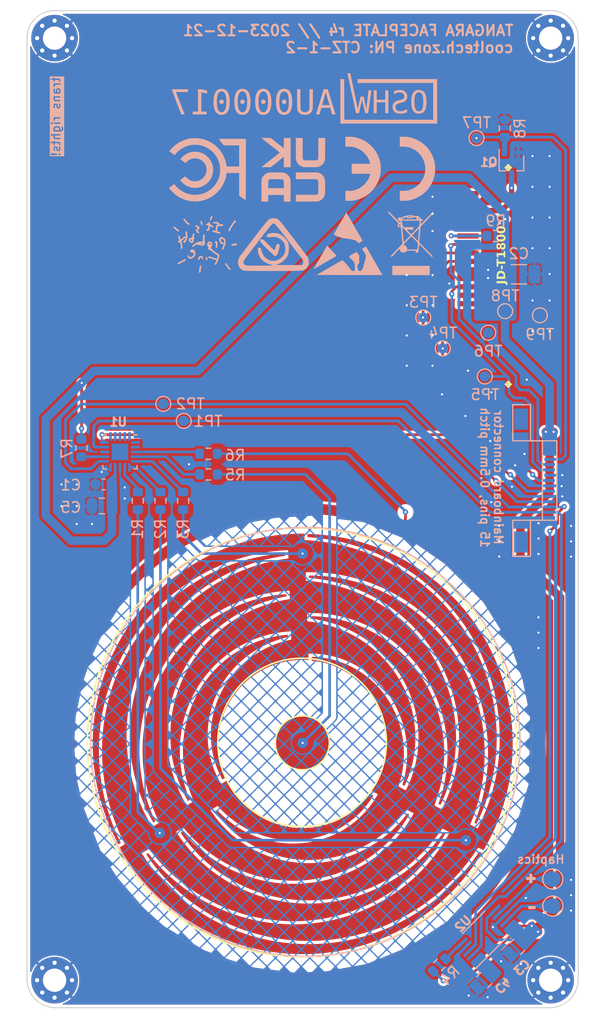
<source format=kicad_pcb>
(kicad_pcb (version 20221018) (generator pcbnew)

  (general
    (thickness 1.6)
  )

  (paper "A4")
  (title_block
    (comment 4 "AISLER Project ID: UHMYFJNI")
  )

  (layers
    (0 "F.Cu" signal)
    (31 "B.Cu" signal)
    (32 "B.Adhes" user "B.Adhesive")
    (33 "F.Adhes" user "F.Adhesive")
    (34 "B.Paste" user)
    (35 "F.Paste" user)
    (36 "B.SilkS" user "B.Silkscreen")
    (37 "F.SilkS" user "F.Silkscreen")
    (38 "B.Mask" user)
    (39 "F.Mask" user)
    (40 "Dwgs.User" user "User.Drawings")
    (41 "Cmts.User" user "User.Comments")
    (42 "Eco1.User" user "User.Eco1")
    (43 "Eco2.User" user "User.Eco2")
    (44 "Edge.Cuts" user)
    (45 "Margin" user)
    (46 "B.CrtYd" user "B.Courtyard")
    (47 "F.CrtYd" user "F.Courtyard")
    (48 "B.Fab" user)
    (49 "F.Fab" user)
    (50 "User.1" user)
    (51 "User.2" user)
    (52 "User.3" user)
    (53 "User.4" user)
    (54 "User.5" user)
    (55 "User.6" user)
    (56 "User.7" user)
    (57 "User.8" user)
    (58 "User.9" user)
  )

  (setup
    (stackup
      (layer "F.SilkS" (type "Top Silk Screen"))
      (layer "F.Paste" (type "Top Solder Paste"))
      (layer "F.Mask" (type "Top Solder Mask") (thickness 0.01))
      (layer "F.Cu" (type "copper") (thickness 0.035))
      (layer "dielectric 1" (type "core") (thickness 1.51) (material "FR4") (epsilon_r 4.5) (loss_tangent 0.02))
      (layer "B.Cu" (type "copper") (thickness 0.035))
      (layer "B.Mask" (type "Bottom Solder Mask") (thickness 0.01))
      (layer "B.Paste" (type "Bottom Solder Paste"))
      (layer "B.SilkS" (type "Bottom Silk Screen"))
      (copper_finish "None")
      (dielectric_constraints no)
    )
    (pad_to_mask_clearance 0)
    (pcbplotparams
      (layerselection 0x00010fc_ffffffff)
      (plot_on_all_layers_selection 0x0000000_00000000)
      (disableapertmacros false)
      (usegerberextensions false)
      (usegerberattributes true)
      (usegerberadvancedattributes true)
      (creategerberjobfile true)
      (dashed_line_dash_ratio 12.000000)
      (dashed_line_gap_ratio 3.000000)
      (svgprecision 6)
      (plotframeref false)
      (viasonmask false)
      (mode 1)
      (useauxorigin false)
      (hpglpennumber 1)
      (hpglpenspeed 20)
      (hpglpendiameter 15.000000)
      (dxfpolygonmode true)
      (dxfimperialunits true)
      (dxfusepcbnewfont true)
      (psnegative false)
      (psa4output false)
      (plotreference true)
      (plotvalue true)
      (plotinvisibletext false)
      (sketchpadsonfab false)
      (subtractmaskfromsilk false)
      (outputformat 1)
      (mirror false)
      (drillshape 0)
      (scaleselection 1)
      (outputdirectory "./gerbers2/")
    )
  )

  (net 0 "")
  (net 1 "Net-(U2-REG)")
  (net 2 "Net-(J2-Pin_1)")
  (net 3 "Net-(SW2-Pin_1)")
  (net 4 "GND")
  (net 5 "+3V3")
  (net 6 "/SCL")
  (net 7 "/SDA")
  (net 8 "/TOUCH_INT")
  (net 9 "/PICO")
  (net 10 "Net-(LCD1-RESET)")
  (net 11 "/SCLK")
  (net 12 "/CS")
  (net 13 "/RS")
  (net 14 "/LED_ENABLE")
  (net 15 "Net-(SW2-Pin_2)")
  (net 16 "Net-(SW2-Pin_3)")
  (net 17 "Net-(LCD1-LEDK)")
  (net 18 "Net-(J1-Pin_1)")
  (net 19 "Net-(U1-KEY0)")
  (net 20 "Net-(SW1-Pin_1)")
  (net 21 "Net-(U1-KEY1)")
  (net 22 "Net-(SW3-Pin_1)")
  (net 23 "Net-(U1-KEY2)")
  (net 24 "Net-(U2-EN)")
  (net 25 "Net-(U1-KEY3)")
  (net 26 "Net-(U1-KEY4)")
  (net 27 "Net-(U1-~{RESET})")
  (net 28 "unconnected-(U1-KEY6-Pad1)")
  (net 29 "unconnected-(U1-KEY5-Pad2)")
  (net 30 "unconnected-(U1-NC-Pad13)")
  (net 31 "unconnected-(U1-KEY11-Pad16)")
  (net 32 "unconnected-(U1-KEY10-Pad17)")
  (net 33 "unconnected-(U1-KEY9-Pad18)")
  (net 34 "unconnected-(U1-KEY8-Pad19)")
  (net 35 "unconnected-(U1-KEY7-Pad20)")

  (footprint "faceplate-footprints:qtouch-wheel" (layer "F.Cu") (at 157.687776 117.890948 -148))

  (footprint "faceplate-footprints:qtouch-guard" (layer "F.Cu") (at 157.7 117.885573 -10))

  (footprint "MountingHole:MountingHole_2.2mm_M2_Pad_Via" (layer "F.Cu") (at 134.3 140.2))

  (footprint "MountingHole:MountingHole_2.2mm_M2_Pad_Via" (layer "F.Cu") (at 134.3 51.25))

  (footprint "faceplate-footprints:qtouch-button" (layer "F.Cu") (at 157.7 117.8))

  (footprint "MountingHole:MountingHole_2.2mm_M2_Pad_Via" (layer "F.Cu") (at 181.1 51.25))

  (footprint "faceplate-footprints:JD-T1800" (layer "F.Cu") (at 160.199674 71.131556 90))

  (footprint "MountingHole:MountingHole_2.2mm_M2_Pad_Via" (layer "F.Cu") (at 181.1 140.2))

  (footprint "Resistor_SMD:R_0603_1608Metric" (layer "B.Cu") (at 148.811943 90.492976 180))

  (footprint "footprints:oshwa-cert" (layer "B.Cu")
    (tstamp 0efe2e21-be9b-4968-94bd-c6302fb66314)
    (at 157.889132 56.948653 180)
    (attr board_only exclude_from_pos_files exclude_from_bom)
    (fp_text reference "G***" (at 0 0) (layer "B.SilkS") hide
        (effects (font (size 1.5 1.5) (thickness 0.3)) (justify mirror))
      (tstamp 7475cf8c-a45b-45a4-9aca-d3a1d614bf0b)
    )
    (fp_text value "LOGO" (at 0.75 0) (layer "B.SilkS") hide
        (effects (font (size 1.5 1.5) (thickness 0.3)) (justify mirror))
      (tstamp 68d40912-2460-4daa-847d-21071157a31b)
    )
    (fp_poly
      (pts
        (xy -7.603911 0.325283)
        (xy -7.603911 -0.11892)
        (xy -7.20168 -0.11892)
        (xy -6.799449 -0.11892)
        (xy -6.799449 0.325283)
        (xy -6.799449 0.769485)
        (xy -6.656045 0.769485)
        (xy -6.512641 0.769485)
        (xy -6.512641 -0.311291)
        (xy -6.512641 -1.392068)
        (xy -6.656 -1.392068)
        (xy -6.799358 -1.392068)
        (xy -6.801153 -0.879661)
        (xy -6.802947 -0.367254)
        (xy -7.203429 -0.365448)
        (xy -7.603911 -0.363642)
        (xy -7.603911 -0.877855)
        (xy -7.603911 -1.392068)
        (xy -7.750813 -1.392068)
        (xy -7.897714 -1.392068)
        (xy -7.897714 -0.311291)
        (xy -7.897714 0.769485)
        (xy -7.750813 0.769485)
        (xy -7.603911 0.769485)
      )

      (stroke (width 0) (type solid)) (fill solid) (layer "B.SilkS") (tstamp 1b1b8f51-b395-4d88-b8f2-dba3c17db507))
    (fp_poly
      (pts
        (xy 1.993324 -0.106062)
        (xy 2.035363 -0.122924)
        (xy 2.078183 -0.153449)
        (xy 2.110862 -0.191633)
        (xy 2.133126 -0.235361)
        (xy 2.144704 -0.282519)
        (xy 2.145322 -0.330993)
        (xy 2.134707 -0.37867)
        (xy 2.112587 -0.423434)
        (xy 2.079211 -0.462691)
        (xy 2.034945 -0.494397)
        (xy 1.985358 -0.51343)
        (xy 1.931954 -0.519332)
        (xy 1.901821 -0.516862)
        (xy 1.851568 -0.503043)
        (xy 1.80736 -0.478277)
        (xy 1.771229 -0.444201)
        (xy 1.745209 -0.40245)
        (xy 1.738559 -0.385411)
        (xy 1.729924 -0.343711)
        (xy 1.728816 -0.297617)
        (xy 1.734943 -0.252772)
        (xy 1.747347 -0.216156)
        (xy 1.776112 -0.172443)
        (xy 1.815084 -0.136028)
        (xy 1.852759 -0.113607)
        (xy 1.896485 -0.100452)
        (xy 1.944743 -0.098008)
      )

      (stroke (width 0) (type solid)) (fill solid) (layer "B.SilkS") (tstamp 2d7f64a2-1067-4e7c-b17e-01f5811329be))
    (fp_poly
      (pts
        (xy 5.921188 -0.105238)
        (xy 5.967032 -0.124476)
        (xy 6.007638 -0.154451)
        (xy 6.040976 -0.194426)
        (xy 6.056583 -0.222763)
        (xy 6.071705 -0.271276)
        (xy 6.07512 -0.323041)
        (xy 6.066786 -0.373744)
        (xy 6.058386 -0.396925)
        (xy 6.032847 -0.43845)
        (xy 5.997189 -0.47284)
        (xy 5.954063 -0.498674)
        (xy 5.90612 -0.514534)
        (xy 5.85601 -0.519001)
        (xy 5.834095 -0.517012)
        (xy 5.782933 -0.503599)
        (xy 5.739369 -0.479232)
        (xy 5.71733 -0.460302)
        (xy 5.686228 -0.421988)
        (xy 5.666917 -0.378622)
        (xy 5.65855 -0.328075)
        (xy 5.658048 -0.311425)
        (xy 5.663994 -0.255602)
        (xy 5.681953 -0.206353)
        (xy 5.711417 -0.164532)
        (xy 5.751875 -0.130993)
        (xy 5.772512 -0.119338)
        (xy 5.8219 -0.10193)
        (xy 5.872135 -0.097477)
      )

      (stroke (width 0) (type solid)) (fill solid) (layer "B.SilkS") (tstamp ed2cf7b5-86df-4744-b2dd-2bf504c95823))
    (fp_poly
      (pts
        (xy 7.896391 -0.108866)
        (xy 7.943321 -0.131456)
        (xy 7.97807 -0.159259)
        (xy 8.00954 -0.199229)
        (xy 8.030049 -0.244638)
        (xy 8.039638 -0.293044)
        (xy 8.038346 -0.342007)
        (xy 8.026213 -0.389087)
        (xy 8.003281 -0.431843)
        (xy 7.973042 -0.464952)
        (xy 7.92959 -0.493324)
        (xy 7.879847 -0.51094)
        (xy 7.827098 -0.517247)
        (xy 7.774628 -0.511692)
        (xy 7.746491 -0.503154)
        (xy 7.70347 -0.4797)
        (xy 7.669171 -0.447051)
        (xy 7.643994 -0.407261)
        (xy 7.628338 -0.36238)
        (xy 7.622603 -0.314461)
        (xy 7.627188 -0.265557)
        (xy 7.642494 -0.217718)
        (xy 7.66892 -0.172998)
        (xy 7.679629 -0.159864)
        (xy 7.698068 -0.143509)
        (xy 7.723433 -0.126656)
        (xy 7.744374 -0.115735)
        (xy 7.794517 -0.100558)
        (xy 7.845989 -0.098417)
      )

      (stroke (width 0) (type solid)) (fill solid) (layer "B.SilkS") (tstamp b886266d-e2f4-41a8-99cb-a01383100d68))
    (fp_poly
      (pts
        (xy 3.910181 -0.099364)
        (xy 3.964242 -0.108105)
        (xy 4.010264 -0.127966)
        (xy 4.049446 -0.159559)
        (xy 4.066177 -0.179071)
        (xy 4.094411 -0.22639)
        (xy 4.109175 -0.276864)
        (xy 4.110345 -0.329459)
        (xy 4.097799 -0.383141)
        (xy 4.092072 -0.397621)
        (xy 4.07389 -0.428693)
        (xy 4.047903 -0.459206)
        (xy 4.018366 -0.484797)
        (xy 3.992146 -0.500065)
        (xy 3.954554 -0.511583)
        (xy 3.912846 -0.517814)
        (xy 3.874346 -0.517755)
        (xy 3.868411 -0.517012)
        (xy 3.816225 -0.502729)
        (xy 3.770708 -0.477088)
        (xy 3.733603 -0.441296)
        (xy 3.712713 -0.409226)
        (xy 3.700755 -0.375153)
        (xy 3.694809 -0.33346)
        (xy 3.695033 -0.289232)
        (xy 3.701584 -0.247556)
        (xy 3.707145 -0.229626)
        (xy 3.731266 -0.184816)
        (xy 3.766391 -0.146554)
        (xy 3.810125 -0.117355)
        (xy 3.817356 -0.113877)
        (xy 3.839904 -0.104565)
        (xy 3.859719 -0.099679)
        (xy 3.882537 -0.098322)
      )

      (stroke (width 0) (type solid)) (fill solid) (layer "B.SilkS") (tstamp 074383d5-89c4-4767-af70-0818de9dbb68))
    (fp_poly
      (pts
        (xy -4.994657 1.647398)
        (xy -4.994657 1.462022)
        (xy -8.562269 1.462022)
        (xy -12.129882 1.462022)
        (xy -12.129882 -0.272817)
        (xy -12.129882 -2.007656)
        (xy -7.937348 -2.007656)
        (xy -3.744813 -2.007656)
        (xy -3.740159 -0.80621)
        (xy -3.739625 -0.663599)
        (xy -3.739108 -0.516335)
        (xy -3.738612 -0.365833)
        (xy -3.73814 -0.213508)
        (xy -3.737695 -0.060773)
        (xy -3.737282 0.090956)
        (xy -3.736903 0.240264)
        (xy -3.736562 0.385738)
        (xy -3.736262 0.525961)
        (xy -3.736007 0.659521)
        (xy -3.7358 0.785002)
        (xy -3.735645 0.900989)
        (xy -3.735545 1.006068)
        (xy -3.735503 1.098824)
        (xy -3.735502 1.114005)
        (xy -3.7355 1.832774)
        (xy -3.553622 1.832774)
        (xy -3.371743 1.832774)
        (xy -3.371743 -0.269319)
        (xy -3.371743 -2.371412)
        (xy -7.936188 -2.371412)
        (xy -12.500633 -2.371412)
        (xy -12.500633 -0.269319)
        (xy -12.500633 1.832774)
        (xy -8.747645 1.832774)
        (xy -4.994657 1.832774)
      )

      (stroke (width 0) (type solid)) (fill solid) (layer "B.SilkS") (tstamp 0ae21bd7-931b-4b7b-9452-183f25500a2d))
    (fp_poly
      (pts
        (xy 10.059267 -0.17838)
        (xy 10.059267 -1.231176)
        (xy 10.307601 -1.231176)
        (xy 10.555935 -1.231176)
        (xy 10.555935 -1.367584)
        (xy 10.555935 -1.503993)
        (xy 9.901873 -1.503993)
        (xy 9.24781 -1.503993)
        (xy 9.24781 -1.367584)
        (xy 9.24781 -1.231176)
        (xy 9.496144 -1.231176)
        (xy 9.744478 -1.231176)
        (xy 9.744478 -0.321313)
        (xy 9.744471 -0.189823)
        (xy 9.744444 -0.071622)
        (xy 9.744387 0.033992)
        (xy 9.744291 0.127722)
        (xy 9.744146 0.210268)
        (xy 9.743943 0.282332)
        (xy 9.743673 0.344618)
        (xy 9.743325 0.397825)
        (xy 9.742891 0.442657)
        (xy 9.742361 0.479816)
        (xy 9.741725 0.510002)
        (xy 9.740974 0.533918)
        (xy 9.740099 0.552265)
        (xy 9.739089 0.565747)
        (xy 9.737937 0.575064)
        (xy 9.736631 0.580918)
        (xy 9.735163 0.584011)
        (xy 9.733522 0.585045)
        (xy 9.732236 0.584911)
        (xy 9.720715 0.581969)
        (xy 9.697896 0.576544)
        (xy 9.665631 0.569052)
        (xy 9.625771 0.559907)
        (xy 9.580167 0.549527)
        (xy 9.53067 0.538325)
        (xy 9.479132 0.526718)
        (xy 9.427404 0.515121)
        (xy 9.377337 0.50395)
        (xy 9.330782 0.493621)
        (xy 9.289591 0.484548)
        (xy 9.255615 0.477147)
        (xy 9.230704 0.471834)
        (xy 9.216711 0.469024)
        (xy 9.214431 0.468687)
        (xy 9.211368 0.472184)
        (xy 9.209065 0.483556)
        (xy 9.207441 0.504122)
        (xy 9.20642 0.535201)
        (xy 9.205921 0.578111)
        (xy 9.205839 0.611957)
        (xy 9.205874 0.660104)
        (xy 9.206111 0.696092)
        (xy 9.206745 0.721755)
        (xy 9.207973 0.738925)
        (xy 9.20999 0.749435)
        (xy 9.212993 0.755118)
        (xy 9.217179 0.757806)
        (xy 9.221578 0.759049)
        (xy 9.231828 0.761378)
        (xy 9.25412 0.766338)
        (xy 9.286832 0.773569)
        (xy 9.328338 0.782714)
        (xy 9.377014 0.793416)
        (xy 9.431236 0.805316)
        (xy 9.489378 0.818056)
        (xy 9.492059 0.818643)
        (xy 9.7468 0.874415)
        (xy 9.903034 0.874415)
        (xy 10.059267 0.874415)
      )

      (stroke (width 0) (type solid)) (fill solid) (layer "B.SilkS") (tstamp 44ea6280-ac0a-40d3-aa94-eb85a113cf3f))
    (fp_poly
      (pts
        (xy 12.493638 0.801741)
        (xy 12.493638 0.729067)
        (xy 12.083704 -0.350738)
        (xy 12.038744 -0.469169)
        (xy 11.994998 -0.584406)
        (xy 11.952737 -0.695738)
        (xy 11.91223 -0.802452)
        (xy 11.873749 -0.903835)
        (xy 11.837564 -0.999174)
        (xy 11.803945 -1.087757)
        (xy 11.773163 -1.16887)
        (xy 11.745488 -1.241803)
        (xy 11.72119 -1.305841)
        (xy 11.70054 -1.360273)
        (xy 11.683809 -1.404385)
        (xy 11.671267 -1.437465)
        (xy 11.663184 -1.4588)
        (xy 11.659984 -1.467268)
        (xy 11.646199 -1.503993)
        (xy 11.478401 -1.503993)
        (xy 11.431838 -1.503785)
        (xy 11.390495 -1.503201)
        (xy 11.356237 -1.5023)
        (xy 11.33093 -1.501142)
        (xy 11.316439 -1.499786)
        (xy 11.313731 -1.498747)
        (xy 11.316946 -1.491165)
        (xy 11.324903 -1.471442)
        (xy 11.337274 -1.440419)
        (xy 11.353728 -1.398938)
        (xy 11.373936 -1.347839)
        (xy 11.397568 -1.287963)
        (xy 11.424294 -1.220152)
        (xy 11.453785 -1.145246)
        (xy 11.485711 -1.064086)
        (xy 11.519742 -0.977515)
        (xy 11.555549 -0.886372)
        (xy 11.592802 -0.791498)
        (xy 11.631171 -0.693735)
        (xy 11.670326 -0.593925)
        (xy 11.709939 -0.492907)
        (xy 11.749679 -0.391523)
        (xy 11.789216 -0.290614)
        (xy 11.828221 -0.191021)
        (xy 11.866364 -0.093586)
        (xy 11.903316 0.000852)
        (xy 11.938747 0.09145)
        (xy 11.972326 0.177367)
        (xy 12.003726 0.257764)
        (xy 12.032615 0.331797)
        (xy 12.058664 0.398628)
        (xy 12.081543 0.457413)
        (xy 12.100924 0.507313)
        (xy 12.116475 0.547486)
        (xy 12.127868 0.577092)
        (xy 12.134772 0.595288)
        (xy 12.136877 0.601227)
        (xy 12.131218 0.60272)
        (xy 12.114052 0.604034)
        (xy 12.085091 0.605174)
        (xy 12.044048 0.606144)
        (xy 11.990638 0.606946)
        (xy 11.924573 0.607586)
        (xy 11.845568 0.608065)
        (xy 11.753335 0.608389)
        (xy 11.647587 0.608561)
        (xy 11.570256 0.608593)
        (xy 11.003635 0.608593)
        (xy 11.003635 0.741504)
        (xy 11.003635 0.874415)
        (xy 11.748637 0.874415)
        (xy 12.493638 0.874415)
      )

      (stroke (width 0) (type solid)) (fill solid) (layer "B.SilkS") (tstamp 55cceb78-98ec-4751-b6df-63e727793591))
    (fp_poly
      (pts
        (xy -0.452647 -0.050716)
        (xy -0.452217 -0.191434)
        (xy -0.451762 -0.318741)
        (xy -0.451274 -0.433216)
        (xy -0.450747 -0.535439)
        (xy -0.450174 -0.625989)
        (xy -0.449548 -0.705446)
        (xy -0.448862 -0.774389)
        (xy -0.44811 -0.833397)
        (xy -0.447284 -0.88305)
        (xy -0.446377 -0.923928)
        (xy -0.445383 -0.95661)
        (xy -0.444295 -0.981675)
        (xy -0.443106 -0.999702)
        (xy -0.441809 -1.011272)
        (xy -0.441236 -1.014321)
        (xy -0.419857 -1.078215)
        (xy -0.386212 -1.135562)
        (xy -0.360332 -1.166776)
        (xy -0.318709 -1.205488)
        (xy -0.272778 -1.235484)
        (xy -0.218849 -1.258938)
        (xy -0.186342 -1.269293)
        (xy -0.157528 -1.276984)
        (xy -0.131635 -1.282137)
        (xy -0.10445 -1.285229)
        (xy -0.071761 -1.286737)
        (xy -0.029356 -1.287138)
        (xy -0.028807 -1.287138)
        (xy 0.048758 -1.283868)
        (xy 0.115843 -1.273595)
        (xy 0.174456 -1.255622)
        (xy 0.226606 -1.229254)
        (xy 0.274301 -1.193796)
        (xy 0.294313 -1.175213)
        (xy 0.335057 -1.128417)
        (xy 0.363983 -1.078845)
        (xy 0.383227 -1.022715)
        (xy 0.385224 -1.014321)
        (xy 0.386565 -1.005164)
        (xy 0.387796 -0.98962)
        (xy 0.388925 -0.967116)
        (xy 0.389959 -0.937083)
        (xy 0.390904 -0.89895)
        (xy 0.391767 -0.852146)
        (xy 0.392555 -0.796099)
        (xy 0.393275 -0.730239)
        (xy 0.393933 -0.653995)
        (xy 0.394537 -0.566797)
        (xy 0.395093 -0.468072)
        (xy 0.395607 -0.357251)
        (xy 0.396088 -0.233763)
        (xy 0.39654 -0.097037)
        (xy 0.396679 -0.050716)
        (xy 0.399399 0.874415)
        (xy 0.556759 0.874415)
        (xy 0.714118 0.874415)
        (xy 0.711636 -0.019237)
        (xy 0.711258 -0.150726)
        (xy 0.710886 -0.268998)
        (xy 0.710507 -0.374827)
        (xy 0.71011 -0.468984)
        (xy 0.709683 -0.552245)
        (xy 0.709214 -0.625382)
        (xy 0.708692 -0.689169)
        (xy 0.708104 -0.744379)
        (xy 0.707439 -0.791785)
        (xy 0.706686 -0.832161)
        (xy 0.705832 -0.866281)
        (xy 0.704866 -0.894917)
        (xy 0.703776 -0.918843)
        (xy 0.70255 -0.938832)
        (xy 0.701177 -0.955658)
        (xy 0.699644 -0.970095)
        (xy 0.69794 -0.982915)
        (xy 0.696881 -0.989837)
        (xy 0.67788 -1.080789)
        (xy 0.65123 -1.161899)
        (xy 0.628563 -1.212242)
        (xy 0.585042 -1.283205)
        (xy 0.530068 -1.347001)
        (xy 0.464521 -1.403071)
        (xy 0.389279 -1.450855)
        (xy 0.305221 -1.489795)
        (xy 0.213227 -1.51933)
        (xy 0.115423 -1.538726)
        (xy 0.079296 -1.54226)
        (xy 0.033667 -1.544343)
        (xy -0.017544 -1.545024)
        (xy -0.07042 -1.544353)
        (xy -0.121042 -1.542377)
        (xy -0.165491 -1.539147)
        (xy -0.199367 -1.534797)
        (xy -0.300282 -1.510934)
        (xy -0.393126 -1.476672)
        (xy -0.477223 -1.432354)
        (xy -0.551898 -1.378325)
        (xy -0.60328 -1.329542)
        (xy -0.640986 -1.284914)
        (xy -0.672868 -1.237324)
        (xy -0.699413 -1.185224)
        (xy -0.721111 -1.127065)
        (xy -0.73845 -1.0613)
        (xy -0.751919 -0.986379)
        (xy -0.762006 -0.900756)
        (xy -0.769133 -0.804051)
        (xy -0.770243 -0.777166)
        (xy -0.771286 -0.737195)
        (xy -0.772255 -0.685046)
        (xy -0.773143 -0.621624)
        (xy -0.773942 -0.547835)
        (xy -0.774646 -0.464585)
        (xy -0.775247 -0.372779)
        (xy -0.775737 -0.273324)
        (xy -0.776108 -0.167125)
        (xy -0.776355 -0.055089)
        (xy -0.776469 0.06188)
        (xy -0.776476 0.099684)
        (xy -0.77648 0.874415)
        (xy -0.615877 0.874415)
        (xy -0.455273 0.874415)
      )

      (stroke (width 0) (type solid)) (fill solid) (layer "B.SilkS") (tstamp 41dcebf9-1373-47e4-a02b-81c120e1801d))
    (fp_poly
      (pts
        (xy -10.704396 0.801112)
        (xy -10.613651 0.789603)
        (xy -10.531075 0.767765)
        (xy -10.455706 0.735281)
        (xy -10.386584 0.691831)
        (xy -10.332398 0.646392)
        (xy -10.276092 0.585483)
        (xy -10.226486 0.515084)
        (xy -10.183378 0.434662)
        (xy -10.146566 0.343687)
        (xy -10.115849 0.241629)
        (xy -10.091024 0.127955)
        (xy -10.071889 0.002135)
        (xy -10.065347 -0.055962)
        (xy -10.061857 -0.101488)
        (xy -10.059351 -0.157747)
        (xy -10.057809 -0.221751)
        (xy -10.057213 -0.29051)
        (xy -10.057543 -0.361035)
        (xy -10.05878 -0.430336)
        (xy -10.060905 -0.495423)
        (xy -10.063899 -0.553308)
        (xy -10.067744 -0.601001)
        (xy -10.068891 -0.611456)
        (xy -10.087541 -0.739887)
        (xy -10.111886 -0.855991)
        (xy -10.142147 -0.960319)
        (xy -10.178545 -1.053419)
        (xy -10.2213 -1.135841)
        (xy -10.270632 -1.208134)
        (xy -10.326763 -1.270847)
        (xy -10.338174 -1.281687)
        (xy -10.388973 -1.322656)
        (xy -10.447459 -1.359889)
        (xy -10.507332 -1.389434)
        (xy -10.514624 -1.392399)
        (xy -10.568803 -1.4094)
        (xy -10.63269 -1.422149)
        (xy -10.70259 -1.430403)
        (xy -10.77481 -1.433918)
        (xy -10.845652 -1.432449)
        (xy -10.911423 -1.425754)
        (xy -10.940678 -1.420493)
        (xy -11.027406 -1.396232)
        (xy -11.106346 -1.361615)
        (xy -11.177654 -1.316416)
        (xy -11.241482 -1.260411)
        (xy -11.297986 -1.193375)
        (xy -11.34732 -1.115081)
        (xy -11.389638 -1.025306)
        (xy -11.425094 -0.923825)
        (xy -11.453844 -0.810412)
        (xy -11.476041 -0.684842)
        (xy -11.483309 -0.629578)
        (xy -11.48889 -0.571878)
        (xy -11.493312 -0.503901)
        (xy -11.496499 -0.429321)
        (xy -11.498376 -0.35181)
        (xy -11.49868 -0.304296)
        (xy -11.194304 -0.304296)
        (xy -11.192727 -0.435019)
        (xy -11.187862 -0.552809)
        (xy -11.179553 -0.658368)
        (xy -11.167644 -0.752397)
        (xy -11.151978 -0.835599)
        (xy -11.1324 -0.908677)
        (xy -11.108752 -0.972331)
        (xy -11.080878 -1.027265)
        (xy -11.048623 -1.074181)
        (xy -11.014705 -1.111092)
        (xy -10.962121 -1.151431)
        (xy -10.902685 -1.180027)
        (xy -10.837618 -1.196558)
        (xy -10.768144 -1.200707)
        (xy -10.700649 -1.193171)
        (xy -10.637657 -1.175006)
        (xy -10.581858 -1.145816)
        (xy -10.532977 -1.105284)
        (xy -10.490737 -1.053096)
        (xy -10.454865 -0.988934)
        (xy -10.425084 -0.912482)
        (xy -10.409624 -0.859026)
        (xy -10.397558 -0.808353)
        (xy -10.387643 -0.757631)
        (xy -10.379662 -0.704713)
        (xy -10.373401 -0.647449)
        (xy -10.368643 -0.583692)
        (xy -10.365173 -0.511295)
        (xy -10.362776 -0.428108)
        (xy -10.361942 -0.383624)
        (xy -10.361373 -0.247926)
        (xy -10.364347 -0.125131)
        (xy -10.370997 -0.014574)
        (xy -10.381454 0.084411)
        (xy -10.395851 0.172488)
        (xy -10.414319 0.250324)
        (xy -10.436992 0.318583)
        (xy -10.464001 0.377931)
        (xy -10.495478 0.429033)
        (xy -10.531556 0.472555)
        (xy -10.532155 0.473176)
        (xy -10.580946 0.515141)
        (xy -10.63516 0.544953)
        (xy -10.69677 0.563622)
        (xy -10.716132 0.567069)
        (xy -10.777949 0.571387)
        (xy -10.840154 0.566243)
        (xy -10.899148 0.552333)
        (xy -10.951332 0.530352)
        (xy -10.972262 0.517582)
        (xy -11.015704 0.482095)
        (xy -11.053994 0.438634)
        (xy -11.087292 0.386603)
        (xy -11.115761 0.325404)
        (xy -11.13956 0.254441)
        (xy -11.158852 0.173117)
        (xy -11.173798 0.080835)
        (xy -11.184559 -0.023001)
        (xy -11.191296 -0.138989)
        (xy -11.19417 -0.267724)
        (xy -11.194304 -0.304296)
        (xy -11.49868 -0.304296)
        (xy -11.498867 -0.275041)
        (xy -11.497896 -0.202686)
        (xy -11.495387 -0.138417)
        (xy -11.493909 -0.115422)
        (xy -11.480308 0.022353)
        (xy -11.460607 0.147821)
        (xy -11.43467 0.261332)
        (xy -11.402365 0.363232)
        (xy -11.363559 0.453869)
        (xy -11.318116 0.533593)
        (xy -11.265904 0.602749)
        (xy -11.206789 0.661687)
        (xy -11.190083 0.675531)
        (xy -11.129054 0.718539)
        (xy -11.06519 0.751889)
        (xy -10.996284 0.776308)
        (xy -10.920127 0.792522)
        (xy -10.834514 0.801259)
        (xy -10.804269 0.802611)
      )

      (stroke (width 0) (type solid)) (fill solid) (layer "B.SilkS") (tstamp 8e6852d5-bd08-4c51-81ca-eeaa2f10db73))
    (fp_poly
      (pts
        (xy 5.958399 0.909919)
        (xy 6.012245 0.902631)
        (xy 6.056848 0.893849)
        (xy 6.096956 0.88225)
        (xy 6.137317 0.86651)
        (xy 6.17257 0.850247)
        (xy 6.250892 0.80505)
        (xy 6.321778 0.748783)
        (xy 6.385281 0.681332)
        (xy 6.44145 0.602584)
        (xy 6.490336 0.512426)
        (xy 6.531988 0.410744)
        (xy 6.566457 0.297427)
        (xy 6.593794 0.17236)
        (xy 6.614049 0.03543)
        (xy 6.627272 -0.113475)
        (xy 6.630738 -0.179543)
        (xy 6.634063 -0.346277)
        (xy 6.629535 -0.503821)
        (xy 6.617218 -0.651734)
        (xy 6.597174 -0.789575)
        (xy 6.569469 -0.916904)
        (xy 6.534166 -1.03328)
        (xy 6.491981 -1.13687)
        (xy 6.444238 -1.227329)
        (xy 6.391209 -1.305331)
        (xy 6.332046 -1.371685)
        (xy 6.265905 -1.427201)
        (xy 6.19194 -1.47269)
        (xy 6.109306 -1.50896)
        (xy 6.099917 -1.512328)
        (xy 6.043146 -1.527917)
        (xy 5.977225 -1.538805)
        (xy 5.906252 -1.544785)
        (xy 5.834328 -1.545648)
        (xy 5.76555 -1.541189)
        (xy 5.708179 -1.532122)
        (xy 5.61729 -1.506638)
        (xy 5.53554 -1.471153)
        (xy 5.46193 -1.424967)
        (xy 5.395457 -1.367379)
        (xy 5.335119 -1.29769)
        (xy 5.299189 -1.246304)
        (xy 5.254663 -1.168743)
        (xy 5.215809 -1.082262)
        (xy 5.182338 -0.985938)
        (xy 5.153959 -0.878848)
        (xy 5.130383 -0.760068)
        (xy 5.115452 -0.661057)
        (xy 5.111289 -0.62008)
        (xy 5.107943 -0.56759)
        (xy 5.10541 -0.506042)
        (xy 5.103691 -0.437891)
        (xy 5.102782 -0.36559)
        (xy 5.102779 -0.36355)
        (xy 5.422481 -0.36355)
        (xy 5.42352 -0.462243)
        (xy 5.426684 -0.550843)
        (xy 5.432132 -0.631242)
        (xy 5.440021 -0.70533)
        (xy 5.450509 -0.774998)
        (xy 5.463753 -0.842136)
        (xy 5.477305 -0.89866)
        (xy 5.506188 -0.992596)
        (xy 5.541053 -1.073915)
        (xy 5.581895 -1.142608)
        (xy 5.628708 -1.198667)
        (xy 5.681484 -1.242083)
        (xy 5.740218 -1.272848)
        (xy 5.771716 -1.283456)
        (xy 5.809239 -1.29012)
        (xy 5.854571 -1.292393)
        (xy 5.902513 -1.290504)
        (xy 5.947863 -1.284681)
        (xy 5.985422 -1.275153)
        (xy 5.988826 -1.2739)
        (xy 6.047352 -1.244204)
        (xy 6.100011 -1.202187)
        (xy 6.146833 -1.147785)
        (xy 6.187849 -1.080934)
        (xy 6.22309 -1.001569)
        (xy 6.252585 -0.909628)
        (xy 6.276365 -0.805045)
        (xy 6.29446 -0.687758)
        (xy 6.302206 -0.615588)
        (xy 6.309168 -0.519287)
        (xy 6.313196 -0.416033)
        (xy 6.314344 -0.309295)
        (xy 6.312664 -0.202541)
        (xy 6.308209 -0.099241)
        (xy 6.301033 -0.002862)
        (xy 6.291562 0.080447)
        (xy 6.272605 0.193303)
        (xy 6.248621 0.293328)
        (xy 6.219437 0.380814)
        (xy 6.184878 0.45605)
        (xy 6.14477 0.519329)
        (xy 6.098938 0.570942)
        (xy 6.047208 0.611179)
        (xy 5.989406 0.640333)
        (xy 5.948508 0.653474)
        (xy 5.884968 0.663469)
        (xy 5.820487 0.660455)
        (xy 5.786743 0.654009)
        (xy 5.723126 0.631992)
        (xy 5.665562 0.597391)
        (xy 5.614085 0.550252)
        (xy 5.568727 0.49062)
        (xy 5.529521 0.41854)
        (xy 5.4965 0.334057)
        (xy 5.469697 0.237217)
        (xy 5.463718 0.20986)
        (xy 5.454004 0.160837)
        (xy 5.44605 0.114937)
        (xy 5.439651 0.069823)
        (xy 5.434605 0.023157)
        (xy 5.430707 -0.027398)
        (xy 5.427753 -0.084181)
        (xy 5.425541 -0.149528)
        (xy 5.423866 -0.225778)
        (xy 5.42341 -0.252876)
        (xy 5.422481 -0.36355)
        (xy 5.102779 -0.36355)
        (xy 5.102683 -0.291595)
        (xy 5.103392 -0.218359)
        (xy 5.104907 -0.148336)
        (xy 5.107227 -0.083982)
        (xy 5.11035 -0.027751)
        (xy 5.114274 0.017904)
        (xy 5.115909 0.031479)
        (xy 5.136055 0.159215)
        (xy 5.160944 0.274787)
        (xy 5.190949 0.379325)
        (xy 5.226439 0.473954)
        (xy 5.267787 0.559801)
        (xy 5.315363 0.637995)
        (xy 5.315859 0.638723)
        (xy 5.374144 0.7124)
        (xy 5.44086 0.775164)
        (xy 5.515348 0.826736)
        (xy 5.596945 0.866839)
        (xy 5.684993 0.895192)
        (xy 5.77883 0.911518)
        (xy 5.877797 0.915537)
      )

      (stroke (width 0) (type solid)) (fill solid) (layer "B.SilkS") (tstamp ac65ec05-b92f-4e7c-ba46-adae3807a76c))
    (fp_poly
      (pts
        (xy -1.935487 0.874358)
        (xy -1.890549 0.874122)
        (xy -1.856507 0.873612)
        (xy -1.831815 0.872732)
        (xy -1.814925 0.871386)
        (xy -1.804291 0.869479)
        (xy -1.798366 0.866915)
        (xy -1.795601 0.863598)
        (xy -1.795074 0.862173)
        (xy -1.791573 0.850622)
        (xy -1.784305 0.826758)
        (xy -1.773523 0.791412)
        (xy -1.759482 0.745418)
        (xy -1.742438 0.689608)
        (xy -1.722645 0.624816)
        (xy -1.700356 0.551872)
        (xy -1.675828 0.471612)
        (xy -1.649315 0.384866)
        (xy -1.621071 0.292468)
        (xy -1.591351 0.195251)
        (xy -1.56041 0.094046)
        (xy -1.528502 -0.010312)
        (xy -1.495882 -0.116993)
        (xy -1.462805 -0.225161)
        (xy -1.429525 -0.333986)
        (xy -1.396296 -0.442635)
        (xy -1.363375 -0.550274)
        (xy -1.331015 -0.656071)
        (xy -1.29947 -0.759194)
        (xy -1.268997 -0.858809)
        (xy -1.239848 -0.954084)
        (xy -1.212279 -1.044187)
        (xy -1.186545 -1.128284)
        (xy -1.1629 -1.205543)
        (xy -1.141599 -1.275132)
        (xy -1.122896 -1.336216)
        (xy -1.107047 -1.387965)
        (xy -1.094305 -1.429545)
        (xy -1.084926 -1.460123)
        (xy -1.079163 -1.478867)
        (xy -1.077297 -1.484882)
        (xy -1.070924 -1.504245)
        (xy -1.236567 -1.50237)
        (xy -1.40221 -1.500495)
        (xy -1.489827 -1.192701)
        (xy -1.577444 -0.884907)
        (xy -1.99449 -0.883104)
        (xy -2.411535 -0.8813)
        (xy -2.443322 -0.995029)
        (xy -2.453968 -1.033175)
        (xy -2.467451 -1.08158)
        (xy -2.482876 -1.137018)
        (xy -2.499344 -1.196264)
        (xy -2.51596 -1.256095)
        (xy -2.52991 -1.306375)
        (xy -2.58471 -1.503993)
        (xy -2.75009 -1.503993)
        (xy -2.915469 -1.503993)
        (xy -2.884782 -1.40431)
        (xy -2.879325 -1.386546)
        (xy -2.870014 -1.356195)
        (xy -2.857093 -1.314045)
        (xy -2.840802 -1.260886)
        (xy -2.821384 -1.19751)
        (xy -2.79908 -1.124704)
        (xy -2.774133 -1.04326)
        (xy -2.746784 -0.953967)
        (xy -2.717276 -0.857614)
        (xy -2.685849 -0.754992)
        (xy -2.652747 -0.646891)
        (xy -2.643697 -0.617336)
        (xy -2.32932 -0.617336)
        (xy -2.328666 -0.620155)
        (xy -2.32587 -0.622507)
        (xy -2.319777 -0.624432)
        (xy -2.309227 -0.625974)
        (xy -2.293066 -0.627175)
        (xy -2.270134 -0.628077)
        (xy -2.239275 -0.628722)
        (xy -2.199331 -0.629152)
        (xy -2.149147 -0.62941)
        (xy -2.087563 -0.629537)
        (xy -2.013423 -0.629577)
        (xy -1.993666 -0.629578)
        (xy -1.915421 -0.629532)
        (xy -1.850059 -0.629371)
        (xy -1.796471 -0.629061)
        (xy -1.753549 -0.628568)
        (xy -1.720185 -0.62786)
        (xy -1.695271 -0.626903)
        (xy -1.677697 -0.625662)
        (xy -1.666358 -0.624105)
        (xy -1.660143 -0.622198)
        (xy -1.657945 -0.619907)
        (xy -1.65789 -0.619401)
        (xy -1.65972 -0.611585)
        (xy -1.664991 -0.591475)
        (xy -1.673376 -0.560252)
        (xy -1.684548 -0.519095)
        (xy -1.698179 -0.469184)
        (xy -1.713942 -0.4117)
        (xy -1.73151 -0.347822)
        (xy -1.750555 -0.278731)
        (xy -1.770751 -0.205606)
        (xy -1.791769 -0.129627)
        (xy -1.813282 -0.051975)
        (xy -1.834964 0.026172)
        (xy -1.856487 0.103632)
        (xy -1.877523 0.179226)
        (xy -1.897745 0.251774)
        (xy -1.916826 0.320095)
        (xy -1.934439 0.383011)
        (xy -1.950255 0.43934)
        (xy -1.963949 0.487903)
        (xy -1.975193 0.52752)
        (xy -1.983658 0.557012)
        (xy -1.989019 0.575197)
        (xy -1.990766 0.580612)
        (xy -1.993101 0.575373)
        (xy -1.998843 0.557804)
        (xy -2.007666 0.529058)
        (xy -2.019245 0.490287)
        (xy -2.033253 0.442646)
        (xy -2.049365 0.387288)
        (xy -2.067254 0.325365)
        (xy -2.086596 0.258031)
        (xy -2.107063 0.186438)
        (xy -2.12833 0.111741)
        (xy -2.150071 0.035091)
        (xy -2.17196 -0.042357)
        (xy -2.193672 -0.11945)
        (xy -2.21488 -0.195036)
        (xy -2.235258 -0.267961)
        (xy -2.254481 -0.337072)
        (xy -2.272223 -0.401217)
        (xy -2.288158 -0.45924)
        (xy -2.301959 -0.509991)
        (xy -2.313301 -0.552314)
        (xy -2.321859 -0.585059)
        (xy -2.327306 -0.60707)
        (xy -2.329316 -0.617195)
        (xy -2.32932 -0.617336)
        (xy -2.643697 -0.617336)
        (xy -2.618211 -0.5341)
        (xy -2.582482 -0.417409)
        (xy -2.545804 -0.297608)
        (xy -2.520546 -0.215106)
        (xy -2.186997 0.874415)
        (xy -1.992869 0.874415)
      )

      (stroke (width 0) (type solid)) (fill solid) (layer "B.SilkS") (tstamp c909da5b-71cd-40d4-a67f-521ba084cb7d))
    (fp_poly
      (pts
        (xy 3.961928 0.91281)
        (xy 4.048013 0.902429)
        (xy 4.127449 0.883323)
        (xy 4.172392 0.867101)
        (xy 4.254795 0.825318)
        (xy 4.329829 0.771659)
        (xy 4.397477 0.706153)
        (xy 4.457719 0.62883)
        (xy 4.510536 0.539717)
        (xy 4.55591 0.438844)
        (xy 4.593823 0.32624)
        (xy 4.624255 0.201934)
        (xy 4.633452 0.153897)
        (xy 4.65071 0.035429)
        (xy 4.662349 -0.092549)
        (xy 4.668399 -0.226749)
        (xy 4.668895 -0.363883)
        (xy 4.663869 -0.500664)
        (xy 4.653353 -0.633803)
        (xy 4.637381 -0.760013)
        (xy 4.623569 -0.839438)
        (xy 4.610467 -0.89635)
        (xy 4.592676 -0.959346)
        (xy 4.571676 -1.024006)
        (xy 4.548951 -1.085911)
        (xy 4.52598 -1.140641)
        (xy 4.514653 -1.164355)
        (xy 4.462859 -1.254121)
        (xy 4.404061 -1.331798)
        (xy 4.33815 -1.39747)
        (xy 4.265019 -1.451224)
        (xy 4.18456 -1.493143)
        (xy 4.096665 -1.523311)
        (xy 4.039796 -1.5359)
        (xy 4.000089 -1.540963)
        (xy 3.951681 -1.543992)
        (xy 3.898954 -1.544997)
        (xy 3.84629 -1.543993)
        (xy 3.798071 -1.54099)
        (xy 3.75868 -1.536001)
        (xy 3.753917 -1.535105)
        (xy 3.692367 -1.520389)
        (xy 3.636785 -1.501144)
        (xy 3.5851 -1.477609)
        (xy 3.537097 -1.451816)
        (xy 3.497233 -1.425562)
        (xy 3.460097 -1.394907)
        (xy 3.425793 -1.361585)
        (xy 3.366651 -1.292629)
        (xy 3.314368 -1.213597)
        (xy 3.268773 -1.124048)
        (xy 3.229692 -1.023539)
        (xy 3.196955 -0.91163)
        (xy 3.170388 -0.78788)
        (xy 3.150096 -0.654062)
        (xy 3.146295 -0.614699)
        (xy 3.14313 -0.564252)
        (xy 3.140614 -0.505168)
        (xy 3.138762 -0.43989)
        (xy 3.137586 -0.370864)
        (xy 3.137182 -0.312024)
        (xy 3.455759 -0.312024)
        (xy 3.457473 -0.44473)
        (xy 3.462845 -0.564957)
        (xy 3.47205 -0.673775)
        (xy 3.485265 -0.772256)
        (xy 3.502665 -0.86147)
        (xy 3.524425 -0.942488)
        (xy 3.55072 -1.016381)
        (xy 3.581726 -1.08422)
        (xy 3.582473 -1.085675)
        (xy 3.618313 -1.14342)
        (xy 3.661938 -1.19417)
        (xy 3.711291 -1.236163)
        (xy 3.764311 -1.267641)
        (xy 3.817334 -1.28647)
        (xy 3.85233 -1.291563)
        (xy 3.894802 -1.293147)
        (xy 3.938711 -1.29133)
        (xy 3.978017 -1.286219)
        (xy 3.990584 -1.28341)
        (xy 4.052138 -1.260635)
        (xy 4.107715 -1.225862)
        (xy 4.157385 -1.178972)
        (xy 4.201221 -1.119843)
        (xy 4.239293 -1.048355)
        (xy 4.271674 -0.964387)
        (xy 4.298435 -0.867819)
        (xy 4.319647 -0.758529)
        (xy 4.325805 -0.71702)
        (xy 4.335745 -0.628823)
        (xy 4.342989 -0.530419)
        (xy 4.347482 -0.42534)
        (xy 4.349167 -0.317119)
        (xy 4.34799 -0.209288)
        (xy 4.343893 -0.105378)
        (xy 4.336969 -0.010493)
        (xy 4.3224 0.109896)
        (xy 4.302178 0.218984)
        (xy 4.27641 0.316511)
        (xy 4.245207 0.402217)
        (xy 4.208679 0.47584)
        (xy 4.166935 0.537121)
        (xy 4.120084 0.585799)
        (xy 4.071852 0.619628)
        (xy 4.035105 0.636365)
        (xy 3.991478 0.650511)
        (xy 3.947011 0.660441)
        (xy 3.907746 0.66453)
        (xy 3.904909 0.664556)
        (xy 3.841859 0.65826)
        (xy 3.779338 0.640341)
        (xy 3.721059 0.61225)
        (xy 3.67074 0.575436)
        (xy 3.666378 0.571416)
        (xy 3.651156 0.554779)
        (xy 3.632204 0.530845)
        (xy 3.613136 0.504225)
        (xy 3.609437 0.498699)
        (xy 3.573057 0.435386)
        (xy 3.541818 0.363179)
        (xy 3.515605 0.281458)
        (xy 3.4943 0.189605)
        (xy 3.477785 0.087002)
        (xy 3.465943 -0.02697)
        (xy 3.458657 -0.15293)
        (xy 3.45581 -0.291496)
        (xy 3.455759 -0.312024)
        (xy 3.137182 -0.312024)
        (xy 3.137103 -0.300536)
        (xy 3.137324 -0.231349)
        (xy 3.138263 -0.16575)
        (xy 3.139936 -0.106182)
        (xy 3.142355 -0.055092)
        (xy 3.145534 -0.014924)
        (xy 3.146434 -0.006995)
        (xy 3.160879 0.098419)
        (xy 3.177009 0.192015)
        (xy 3.19536 0.275917)
        (xy 3.216465 0.352249)
        (xy 3.240859 0.423136)
        (xy 3.269077 0.490703)
        (xy 3.27463 0.502732)
        (xy 3.324734 0.596642)
        (xy 3.381378 0.678213)
        (xy 3.444672 0.747533)
        (xy 3.514723 0.804688)
        (xy 3.59164 0.849764)
        (xy 3.675531 0.882849)
        (xy 3.766506 0.904027)
        (xy 3.781245 0.90625)
        (xy 3.872052 0.914179)
      )

      (stroke (width 0) (type solid)) (fill solid) (layer "B.SilkS") (tstamp 7040c1e7-9358-4d4b-b1dd-12dec2396f02))
    (fp_poly
      (pts
        (xy 1.99122 0.913697)
        (xy 2.053706 0.906658)
        (xy 2.06255 0.905373)
        (xy 2.153853 0.885147)
        (xy 2.238601 0.852648)
        (xy 2.316662 0.808032)
        (xy 2.387903 0.751455)
        (xy 2.452191 0.683074)
        (xy 2.509394 0.603045)
        (xy 2.559379 0.511525)
        (xy 2.602015 0.408669)
        (xy 2.637167 0.294634)
        (xy 2.65834 0.202865)
        (xy 2.679279 0.077795)
        (xy 2.69401 -0.056157)
        (xy 2.702535 -0.195811)
        (xy 2.704851 -0.337989)
        (xy 2.700959 -0.479511)
        (xy 2.690857 -0.617197)
        (xy 2.674546 -0.747868)
        (xy 2.658556 -0.837791)
        (xy 2.628577 -0.960553)
        (xy 2.591026 -1.07198)
        (xy 2.545988 -1.171971)
        (xy 2.493548 -1.260425)
        (xy 2.433789 -1.33724)
        (xy 2.366796 -1.402313)
        (xy 2.292655 -1.455545)
        (xy 2.211449 -1.496833)
        (xy 2.123263 -1.526075)
        (xy 2.077609 -1.535961)
        (xy 2.046045 -1.540004)
        (xy 2.005227 -1.542816)
        (xy 1.959073 -1.54437)
        (xy 1.9115 -1.54464)
        (xy 1.866423 -1.5436)
        (xy 1.82776 -1.541222)
        (xy 1.801294 -1.537844)
        (xy 1.707192 -1.513862)
        (xy 1.621304 -1.478794)
        (xy 1.543904 -1.432778)
        (xy 1.475268 -1.375954)
        (xy 1.466866 -1.367643)
        (xy 1.420135 -1.316426)
        (xy 1.380227 -1.263166)
        (xy 1.343888 -1.20325)
        (xy 1.323484 -1.164269)
        (xy 1.291867 -1.095631)
        (xy 1.264519 -1.024071)
        (xy 1.240917 -0.94758)
        (xy 1.220537 -0.864146)
        (xy 1.202856 -0.771758)
        (xy 1.18735 -0.668404)
        (xy 1.18068 -0.615588)
        (xy 1.177253 -0.576985)
        (xy 1.17464 -0.526949)
        (xy 1.172826 -0.468013)
        (xy 1.171795 -0.40271)
        (xy 1.171533 -0.333574)
        (xy 1.171682 -0.312197)
        (xy 1.49342 -0.312197)
        (xy 1.493645 -0.379806)
        (xy 1.49437 -0.445193)
        (xy 1.495595 -0.506044)
        (xy 1.49732 -0.560042)
        (xy 1.499545 -0.604873)
        (xy 1.50227 -0.638223)
        (xy 1.50248 -0.640071)
        (xy 1.515361 -0.737293)
        (xy 1.53019 -0.822728)
        (xy 1.547501 -0.898507)
        (xy 1.567826 -0.966763)
        (xy 1.591699 -1.029627)
        (xy 1.610185 -1.070283)
        (xy 1.629429 -1.107918)
        (xy 1.647168 -1.137092)
        (xy 1.666663 -1.162499)
        (xy 1.691173 -1.188835)
        (xy 1.695587 -1.193258)
        (xy 1.748267 -1.238268)
        (xy 1.802462 -1.269731)
        (xy 1.85165 -1.28647)
        (xy 1.892042 -1.292286)
        (xy 1.939212 -1.293436)
        (xy 1.986914 -1.290131)
        (xy 2.0289 -1.282581)
        (xy 2.037154 -1.280246)
        (xy 2.095839 -1.256062)
        (xy 2.148701 -1.221384)
        (xy 2.195879 -1.175911)
        (xy 2.237511 -1.119337)
        (xy 2.273735 -1.051361)
        (xy 2.304691 -0.971677)
        (xy 2.330516 -0.879984)
        (xy 2.351349 -0.775976)
        (xy 2.367328 -0.659352)
        (xy 2.37847 -0.531644)
        (xy 2.383956 -0.413568)
        (xy 2.385089 -0.29374)
        (xy 2.382028 -0.174612)
        (xy 2.374936 -0.058632)
        (xy 2.363974 0.051749)
        (xy 2.349304 0.154081)
        (xy 2.331086 0.245913)
        (xy 2.325798 0.267731)
        (xy 2.298249 0.357992)
        (xy 2.264189 0.437244)
        (xy 2.223955 0.505165)
        (xy 2.177881 0.561429)
        (xy 2.126305 0.605712)
        (xy 2.069561 0.63769)
        (xy 2.007986 0.65704)
        (xy 1.941916 0.663437)
        (xy 1.916717 0.662479)
        (xy 1.851081 0.652371)
        (xy 1.791476 0.63182)
        (xy 1.737703 0.600513)
        (xy 1.689565 0.558142)
        (xy 1.646864 0.504394)
        (xy 1.609404 0.438959)
        (xy 1.576986 0.361526)
        (xy 1.549414 0.271784)
        (xy 1.526489 0.169423)
        (xy 1.508015 0.054131)
        (xy 1.502543 0.010493)
        (xy 1.499777 -0.021837)
        (xy 1.497508 -0.065835)
        (xy 1.495738 -0.119184)
        (xy 1.494466 -0.179571)
        (xy 1.493694 -0.24468)
        (xy 1.49342 -0.312197)
        (xy 1.171682 -0.312197)
        (xy 1.172023 -0.263137)
        (xy 1.173251 -0.193933)
        (xy 1.175202 -0.128495)
        (xy 1.177859 -0.069356)
        (xy 1.181208 -0.019048)
        (xy 1.184479 0.013991)
        (xy 1.205545 0.153905)
        (xy 1.233173 0.281548)
        (xy 1.267406 0.397028)
        (xy 1.308287 0.500455)
        (xy 1.355859 0.591936)
        (xy 1.410165 0.671579)
        (xy 1.47125 0.739495)
        (xy 1.47574 0.743774)
        (xy 1.546711 0.802189)
        (xy 1.622498 0.847717)
        (xy 1.704266 0.880922)
        (xy 1.793182 0.902367)
        (xy 1.80962 0.90496)
        (xy 1.875196 0.912858)
        (xy 1.933723 0.915767)
      )

      (stroke (width 0) (type solid)) (fill solid) (layer "B.SilkS") (tstamp b216a8ce-b314-4ba9-9743-bedbdbcf4952))
    (fp_poly
      (pts
        (xy 7.907846 0.911137)
        (xy 7.95012 0.90622)
        (xy 8.042915 0.886653)
        (xy 8.128704 0.855007)
        (xy 8.207455 0.811332)
        (xy 8.279134 0.755678)
        (xy 8.343709 0.688094)
        (xy 8.401149 0.608631)
        (xy 8.451419 0.517337)
        (xy 8.494488 0.414264)
        (xy 8.530324 0.29946)
        (xy 8.558893 0.172975)
        (xy 8.580164 0.03486)
        (xy 8.591249 -0.0756)
        (xy 8.593712 -0.118144)
        (xy 8.595311 -0.170926)
        (xy 8.596091 -0.231393)
        (xy 8.5961 -0.29699)
        (xy 8.595381 -0.365163)
        (xy 8.593981 -0.433359)
        (xy 8.591947 -0.499023)
        (xy 8.589324 -0.559601)
        (xy 8.586157 -0.612539)
        (xy 8.582492 -0.655283)
        (xy 8.580554 -0.67155)
        (xy 8.56662 -0.765541)
        (xy 8.551626 -0.848083)
        (xy 8.534892 -0.921712)
        (xy 8.515737 -0.988965)
        (xy 8.49348 -1.052377)
        (xy 8.46744 -1.114486)
        (xy 8.453804 -1.143734)
        (xy 8.408384 -1.228959)
        (xy 8.359477 -1.301766)
        (xy 8.305773 -1.36356)
        (xy 8.24596 -1.415744)
        (xy 8.178724 -1.459722)
        (xy 8.139053 -1.480463)
        (xy 8.091463 -1.502002)
        (xy 8.047747 -1.518055)
        (xy 8.004244 -1.529412)
        (xy 7.957293 -1.536861)
        (xy 7.903233 -1.54119)
        (xy 7.848747 -1.543012)
        (xy 7.784174 -1.54329)
        (xy 7.732629 -1.541362)
        (xy 7.693319 -1.53719)
        (xy 7.684357 -1.535607)
        (xy 7.59639 -1.511964)
        (xy 7.513621 -1.477064)
        (xy 7.437869 -1.431922)
        (xy 7.370953 -1.377555)
        (xy 7.335881 -1.341019)
        (xy 7.282053 -1.272306)
        (xy 7.23482 -1.196949)
        (xy 7.193762 -1.11384)
        (xy 7.158456 -1.02187)
        (xy 7.128483 -0.919931)
        (xy 7.103423 -0.806913)
        (xy 7.082855 -0.681709)
        (xy 7.081184 -0.669617)
        (xy 7.077267 -0.631616)
        (xy 7.074068 -0.581986)
        (xy 7.071588 -0.523071)
        (xy 7.069825 -0.457213)
        (xy 7.068781 -0.386757)
        (xy 7.068454 -0.314045)
        (xy 7.068478 -0.309637)
        (xy 7.386313 -0.309637)
        (xy 7.386567 -0.376377)
        (xy 7.387409 -0.440662)
        (xy 7.38884 -0.499754)
        (xy 7.390861 -0.550914)
        (xy 7.393472 -0.591402)
        (xy 7.393752 -0.594602)
        (xy 7.408151 -0.720481)
        (xy 7.427607 -0.833431)
        (xy 7.452214 -0.933606)
        (xy 7.482067 -1.021159)
        (xy 7.517261 -1.096243)
        (xy 7.557892 -1.159011)
        (xy 7.604055 -1.209616)
        (xy 7.655845 -1.248211)
        (xy 7.713356 -1.27495)
        (xy 7.776685 -1.289985)
        (xy 7.82804 -1.293673)
        (xy 7.861416 -1.292342)
        (xy 7.896198 -1.288415)
        (xy 7.92209 -1.283375)
        (xy 7.982178 -1.261345)
        (xy 8.036416 -1.227953)
        (xy 8.084934 -1.182969)
        (xy 8.127866 -1.126162)
        (xy 8.165342 -1.057302)
        (xy 8.197494 -0.976161)
        (xy 8.224455 -0.882508)
        (xy 8.246354 -0.776114)
        (xy 8.258391 -0.69661)
        (xy 8.266435 -0.62151)
        (xy 8.272373 -0.535842)
        (xy 8.276205 -0.442803)
        (xy 8.27793 -0.345592)
        (xy 8.277549 -0.247406)
        (xy 8.27506 -0.151443)
        (xy 8.270464 -0.060903)
        (xy 8.26376 0.021018)
        (xy 8.25846 0.066717)
        (xy 8.241136 0.176022)
        (xy 8.219721 0.272627)
        (xy 8.193916 0.357296)
        (xy 8.163424 0.430796)
        (xy 8.127945 0.493893)
        (xy 8.087181 0.547352)
        (xy 8.06043 0.574777)
        (xy 8.007981 0.614659)
        (xy 7.949942 0.642746)
        (xy 7.888224 0.65905)
        (xy 7.824741 0.663582)
        (xy 7.761404 0.656355)
        (xy 7.700129 0.63738)
        (xy 7.642826 0.60667)
        (xy 7.599208 0.571858)
        (xy 7.556714 0.524736)
        (xy 7.519249 0.468215)
        (xy 7.486598 0.40166)
        (xy 7.458546 0.324435)
        (xy 7.434877 0.235905)
        (xy 7.415377 0.135434)
        (xy 7.39983 0.022386)
        (xy 7.393855 -0.034976)
        (xy 7.391174 -0.072907)
        (xy 7.389078 -0.122077)
        (xy 7.387569 -0.179748)
        (xy 7.386647 -0.243181)
        (xy 7.386313 -0.309637)
        (xy 7.068478 -0.309637)
        (xy 7.068845 -0.24142)
        (xy 7.069954 -0.171227)
        (xy 7.071781 -0.105808)
        (xy 7.074325 -0.047507)
        (xy 7.077587 0.001333)
        (xy 7.0812 0.035733)
        (xy 7.103576 0.172733)
        (xy 7.131952 0.297301)
        (xy 7.166487 0.409717)
        (xy 7.207341 0.510262)
        (xy 7.254674 0.599217)
        (xy 7.308644 0.676862)
        (xy 7.369413 0.743478)
        (xy 7.437138 0.799347)
        (xy 7.511981 0.844749)
        (xy 7.551676 0.863421)
        (xy 7.631279 0.890683)
        (xy 7.718641 0.907881)
        (xy 7.811563 0.914778)
      )

      (stroke (width 0) (type solid)) (fill solid) (layer "B.SilkS") (tstamp a21db507-0d53-4529-bb42-dc8ec43b3030))
    (fp_poly
      (pts
        (xy -8.879347 0.799837)
        (xy -8.845191 0.798555)
        (xy -8.816248 0.796323)
        (xy -8.789592 0.792949)
        (xy -8.762299 0.788239)
        (xy -8.747293 0.785281)
        (xy -8.699492 0.774864)
        (xy -8.646886 0.762194)
        (xy -8.593063 0.748239)
        (xy -8.541615 0.733967)
        (xy -8.496133 0.720345)
        (xy -8.460205 0.708343)
        (xy -8.455591 0.70664)
        (xy -8.415368 0.691532)
        (xy -8.415368 0.544736)
        (xy -8.415368 0.39794)
        (xy -8.445098 0.416167)
        (xy -8.542229 0.469268)
        (xy -8.64195 0.511471)
        (xy -8.742815 0.542495)
        (xy -8.843375 0.562058)
        (xy -8.942182 0.569879)
        (xy -9.037786 0.565677)
        (xy -9.128741 0.549171)
        (xy -9.129296 0.549028)
        (xy -9.196554 0.525248)
        (xy -9.256962 0.491129)
        (xy -9.309022 0.447943)
        (xy -9.351232 0.396963)
        (xy -9.382092 0.33946)
        (xy -9.384924 0.332278)
        (xy -9.390889 0.313409)
        (xy -9.394845 0.291924)
        (xy -9.397138 0.264559)
        (xy -9.398111 0.228053)
        (xy -9.39821 0.206362)
        (xy -9.398007 0.168207)
        (xy -9.397063 0.140616)
        (xy -9.394872 0.120164)
        (xy -9.39093 0.103425)
        (xy -9.384732 0.086976)
        (xy -9.378618 0.073451)
        (xy -9.358922 0.0377)
        (xy -9.334531 0.006104)
        (xy -9.304206 -0.022012)
        (xy -9.
... [1206356 chars truncated]
</source>
